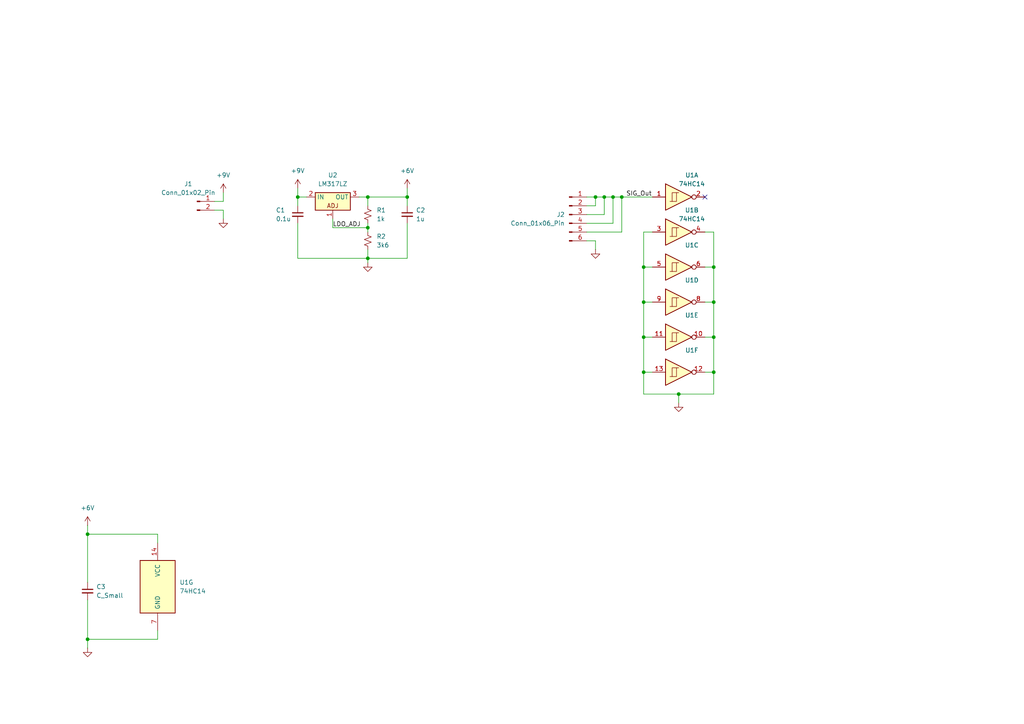
<source format=kicad_sch>
(kicad_sch (version 20250114) (generator "eeschema") (generator_version "9.0")
  (paper "A4")
  (title_block (title "Ground_Noise_Return") (date "2025-11-06") (rev "0.0.1") (company "Johnathan Trachte"))
  (lib_symbols
    (symbol "74xx:74HC14" (pin_names (offset 1.016))
      (property "Reference" "U" (at 0 1.27 0))
      (property "Value" "74HC14" (at 0 -1.27 0))
      (symbol "74HC14_1_0"
        (polyline (pts (xy -3.81 3.81) (xy -3.81 -3.81) (xy 3.81 0) (xy -3.81 3.81)) (stroke (width 0.254)) (fill (type background)))
        (pin input line (at -7.62 0 0) (length 3.81) (name "~") (number "1"))
        (pin output inverted (at 7.62 0 180) (length 3.81) (name "~") (number "2"))
      )
      (symbol "74HC14_1_1"
        (polyline (pts (xy -2.54 -1.27) (xy -0.635 -1.27) (xy -0.635 1.27) (xy 0 1.27)))
        (polyline (pts (xy -1.905 -1.27) (xy -1.905 1.27) (xy -0.635 1.27)))
      )
      (symbol "74HC14_2_0"
        (polyline (pts (xy -3.81 3.81) (xy -3.81 -3.81) (xy 3.81 0) (xy -3.81 3.81)) (stroke (width 0.254)) (fill (type background)))
        (pin input line (at -7.62 0 0) (length 3.81) (name "~") (number "3"))
        (pin output inverted (at 7.62 0 180) (length 3.81) (name "~") (number "4"))
      )
      (symbol "74HC14_2_1"
        (polyline (pts (xy -2.54 -1.27) (xy -0.635 -1.27) (xy -0.635 1.27) (xy 0 1.27)))
        (polyline (pts (xy -1.905 -1.27) (xy -1.905 1.27) (xy -0.635 1.27)))
      )
      (symbol "74HC14_3_0"
        (polyline (pts (xy -3.81 3.81) (xy -3.81 -3.81) (xy 3.81 0) (xy -3.81 3.81)) (stroke (width 0.254)) (fill (type background)))
        (pin input line (at -7.62 0 0) (length 3.81) (name "~") (number "5"))
        (pin output inverted (at 7.62 0 180) (length 3.81) (name "~") (number "6"))
      )
      (symbol "74HC14_3_1"
        (polyline (pts (xy -2.54 -1.27) (xy -0.635 -1.27) (xy -0.635 1.27) (xy 0 1.27)))
        (polyline (pts (xy -1.905 -1.27) (xy -1.905 1.27) (xy -0.635 1.27)))
      )
      (symbol "74HC14_4_0"
        (polyline (pts (xy -3.81 3.81) (xy -3.81 -3.81) (xy 3.81 0) (xy -3.81 3.81)) (stroke (width 0.254)) (fill (type background)))
        (pin input line (at -7.62 0 0) (length 3.81) (name "~") (number "9"))
        (pin output inverted (at 7.62 0 180) (length 3.81) (name "~") (number "8"))
      )
      (symbol "74HC14_4_1"
        (polyline (pts (xy -2.54 -1.27) (xy -0.635 -1.27) (xy -0.635 1.27) (xy 0 1.27)))
        (polyline (pts (xy -1.905 -1.27) (xy -1.905 1.27) (xy -0.635 1.27)))
      )
      (symbol "74HC14_5_0"
        (polyline (pts (xy -3.81 3.81) (xy -3.81 -3.81) (xy 3.81 0) (xy -3.81 3.81)) (stroke (width 0.254)) (fill (type background)))
        (pin input line (at -7.62 0 0) (length 3.81) (name "~") (number "11"))
        (pin output inverted (at 7.62 0 180) (length 3.81) (name "~") (number "10"))
      )
      (symbol "74HC14_5_1"
        (polyline (pts (xy -2.54 -1.27) (xy -0.635 -1.27) (xy -0.635 1.27) (xy 0 1.27)))
        (polyline (pts (xy -1.905 -1.27) (xy -1.905 1.27) (xy -0.635 1.27)))
      )
      (symbol "74HC14_6_0"
        (polyline (pts (xy -3.81 3.81) (xy -3.81 -3.81) (xy 3.81 0) (xy -3.81 3.81)) (stroke (width 0.254)) (fill (type background)))
        (pin input line (at -7.62 0 0) (length 3.81) (name "~") (number "13"))
        (pin output inverted (at 7.62 0 180) (length 3.81) (name "~") (number "12"))
      )
      (symbol "74HC14_6_1"
        (polyline (pts (xy -2.54 -1.27) (xy -0.635 -1.27) (xy -0.635 1.27) (xy 0 1.27)))
        (polyline (pts (xy -1.905 -1.27) (xy -1.905 1.27) (xy -0.635 1.27)))
      )
      (symbol "74HC14_7_0"
        (pin power_in line (at 0 12.7 270) (length 5.08) (name "VCC") (number "14"))
        (pin power_in line (at 0 -12.7 90) (length 5.08) (name "GND") (number "7"))
      )
      (symbol "74HC14_7_1"
        (rectangle (start -5.08 7.62) (end 5.08 -7.62) (stroke (width 0.254)) (fill (type background)))
      )
    )
    (symbol "Connector:Conn_01x02_Pin" (pin_names (offset 1.016) (hide yes))
      (property "Reference" "J" (at 0 2.54 0))
      (property "Value" "Conn_01x02_Pin" (at 0 -5.08 0))
      (symbol "Conn_01x02_Pin_1_1"
        (rectangle (start 0.8636 0.127) (end 0 -0.127) (stroke (width 0.1524)) (fill (type outline)))
        (rectangle (start 0.8636 -2.413) (end 0 -2.667) (stroke (width 0.1524)) (fill (type outline)))
        (polyline (pts (xy 1.27 0) (xy 0.8636 0)) (stroke (width 0.1524)))
        (polyline (pts (xy 1.27 -2.54) (xy 0.8636 -2.54)) (stroke (width 0.1524)))
        (pin passive line (at 5.08 0 180) (length 3.81) (name "Pin_1") (number "1"))
        (pin passive line (at 5.08 -2.54 180) (length 3.81) (name "Pin_2") (number "2"))
      )
    )
    (symbol "Connector:Conn_01x06_Pin" (pin_names (offset 1.016) (hide yes))
      (property "Reference" "J" (at 0 7.62 0))
      (property "Value" "Conn_01x06_Pin" (at 0 -10.16 0))
      (symbol "Conn_01x06_Pin_1_1"
        (rectangle (start 0.8636 5.207) (end 0 4.953) (stroke (width 0.1524)) (fill (type outline)))
        (rectangle (start 0.8636 2.667) (end 0 2.413) (stroke (width 0.1524)) (fill (type outline)))
        (rectangle (start 0.8636 0.127) (end 0 -0.127) (stroke (width 0.1524)) (fill (type outline)))
        (rectangle (start 0.8636 -2.413) (end 0 -2.667) (stroke (width 0.1524)) (fill (type outline)))
        (rectangle (start 0.8636 -4.953) (end 0 -5.207) (stroke (width 0.1524)) (fill (type outline)))
        (rectangle (start 0.8636 -7.493) (end 0 -7.747) (stroke (width 0.1524)) (fill (type outline)))
        (polyline (pts (xy 1.27 5.08) (xy 0.8636 5.08)) (stroke (width 0.1524)))
        (polyline (pts (xy 1.27 2.54) (xy 0.8636 2.54)) (stroke (width 0.1524)))
        (polyline (pts (xy 1.27 0) (xy 0.8636 0)) (stroke (width 0.1524)))
        (polyline (pts (xy 1.27 -2.54) (xy 0.8636 -2.54)) (stroke (width 0.1524)))
        (polyline (pts (xy 1.27 -5.08) (xy 0.8636 -5.08)) (stroke (width 0.1524)))
        (polyline (pts (xy 1.27 -7.62) (xy 0.8636 -7.62)) (stroke (width 0.1524)))
        (pin passive line (at 5.08 5.08 180) (length 3.81) (name "Pin_1") (number "1"))
        (pin passive line (at 5.08 2.54 180) (length 3.81) (name "Pin_2") (number "2"))
        (pin passive line (at 5.08 0 180) (length 3.81) (name "Pin_3") (number "3"))
        (pin passive line (at 5.08 -2.54 180) (length 3.81) (name "Pin_4") (number "4"))
        (pin passive line (at 5.08 -5.08 180) (length 3.81) (name "Pin_5") (number "5"))
        (pin passive line (at 5.08 -7.62 180) (length 3.81) (name "Pin_6") (number "6"))
      )
    )
    (symbol "Device:C_Small" (pin_numbers (hide yes)) (pin_names (offset 0.254) (hide yes))
      (property "Reference" "C" (at 0.254 1.778 0))
      (property "Value" "C_Small" (at 0.254 -2.032 0))
      (symbol "C_Small_0_1"
        (polyline (pts (xy -1.524 0.508) (xy 1.524 0.508)) (stroke (width 0.3048)))
        (polyline (pts (xy -1.524 -0.508) (xy 1.524 -0.508)) (stroke (width 0.3302)))
      )
      (symbol "C_Small_1_1"
        (pin passive line (at 0 2.54 270) (length 2.032) (name "~") (number "1"))
        (pin passive line (at 0 -2.54 90) (length 2.032) (name "~") (number "2"))
      )
    )
    (symbol "Device:R_Small_US" (pin_numbers (hide yes)) (pin_names (offset 0.254) (hide yes))
      (property "Reference" "R" (at 0.762 0.508 0))
      (property "Value" "R_Small_US" (at 0.762 -1.016 0))
      (symbol "R_Small_US_1_1"
        (polyline (pts (xy 0 1.524) (xy 1.016 1.143) (xy 0 0.762) (xy -1.016 0.381) (xy 0 0)))
        (polyline (pts (xy 0 0) (xy 1.016 -0.381) (xy 0 -0.762) (xy -1.016 -1.143) (xy 0 -1.524)))
        (pin passive line (at 0 2.54 270) (length 1.016) (name "~") (number "1"))
        (pin passive line (at 0 -2.54 90) (length 1.016) (name "~") (number "2"))
      )
    )
    (symbol "PCM_4ms_Power-symbol:+9V" (power) (pin_names (offset 0))
      (property "Value" "+9V" (at 0 3.556 0))
      (symbol "+9V_0_1"
        (polyline (pts (xy -0.762 1.27) (xy 0 2.54)))
        (polyline (pts (xy 0 2.54) (xy 0.762 1.27)))
        (polyline (pts (xy 0 0) (xy 0 2.54)))
      )
      (symbol "+9V_1_1"
        (pin power_in line (at 0 0 90) (length 0) (hide yes) (name "+9V") (number "1"))
      )
    )
    (symbol "PCM_Voltage_Regulator_AKL:LM317LZ"
      (property "Reference" "U" (at 0 6.35 0))
      (property "Value" "LM317LZ" (at 0 3.81 0))
      (symbol "LM317LZ_0_0"
        (rectangle (start -5.08 1.27) (end 5.08 -3.81) (stroke (width 0.254)) (fill (type background)))
        (text "ADJ" (at 0 -2.54 0) (effects (font (size 1.27 1.27))))
      )
      (symbol "LM317LZ_1_1"
        (pin power_in line (at -7.62 0 0) (length 2.54) (name "IN") (number "2"))
        (pin passive line (at 0 -6.35 90) (length 2.54) (name "~") (number "1"))
        (pin power_out line (at 7.62 0 180) (length 2.54) (name "OUT") (number "3"))
      )
    )
    (symbol "power:+6V" (power) (pin_numbers (hide yes)) (pin_names (offset 0) (hide yes))
      (property "Value" "+6V" (at 0 3.556 0))
      (symbol "+6V_0_1"
        (polyline (pts (xy -0.762 1.27) (xy 0 2.54)))
        (polyline (pts (xy 0 2.54) (xy 0.762 1.27)))
        (polyline (pts (xy 0 0) (xy 0 2.54)))
      )
      (symbol "+6V_1_1"
        (pin power_in line (at 0 0 90) (length 0) (name "~") (number "1"))
      )
    )
    (symbol "power:GND" (power) (pin_numbers (hide yes)) (pin_names (offset 0) (hide yes))
      (property "Value" "GND" (at 0 -3.81 0))
      (symbol "GND_0_1"
        (polyline (pts (xy 0 0) (xy 0 -1.27) (xy 1.27 -1.27) (xy 0 -2.54) (xy -1.27 -1.27) (xy 0 -1.27)))
      )
      (symbol "GND_1_1"
        (pin power_in line (at 0 0 270) (length 0) (name "~") (number "1"))
      )
    )
  )
  (junction (at 207.01 107.95))
  (junction (at 186.69 107.95))
  (junction (at 180.34 57.15))
  (junction (at 186.69 97.79))
  (junction (at 118.11 57.15))
  (junction (at 177.8 57.15))
  (junction (at 207.01 87.63))
  (junction (at 175.26 57.15))
  (junction (at 25.4 154.94))
  (junction (at 106.68 74.93))
  (junction (at 186.69 87.63))
  (junction (at 106.68 57.15))
  (junction (at 25.4 185.42))
  (junction (at 106.68 66.04))
  (junction (at 172.72 57.15))
  (junction (at 196.85 114.3))
  (junction (at 207.01 97.79))
  (junction (at 207.01 77.47))
  (junction (at 186.69 77.47))
  (junction (at 86.36 57.15))
  (no_connect (at 204.47 57.15))
  (wire (pts (xy 204.47 107.95) (xy 207.01 107.95)))
  (wire (pts (xy 189.23 67.31) (xy 186.69 67.31)))
  (wire (pts (xy 106.68 57.15) (xy 106.68 59.69)))
  (wire (pts (xy 118.11 59.69) (xy 118.11 57.15)))
  (wire (pts (xy 186.69 97.79) (xy 189.23 97.79)))
  (wire (pts (xy 62.23 58.42) (xy 64.77 58.42)))
  (wire (pts (xy 175.26 57.15) (xy 177.8 57.15)))
  (wire (pts (xy 25.4 152.4) (xy 25.4 154.94)))
  (wire (pts (xy 170.18 67.31) (xy 180.34 67.31)))
  (wire (pts (xy 25.4 185.42) (xy 25.4 187.96)))
  (wire (pts (xy 186.69 77.47) (xy 189.23 77.47)))
  (wire (pts (xy 172.72 57.15) (xy 175.26 57.15)))
  (wire (pts (xy 207.01 67.31) (xy 204.47 67.31)))
  (wire (pts (xy 172.72 69.85) (xy 172.72 72.39)))
  (wire (pts (xy 86.36 54.61) (xy 86.36 57.15)))
  (wire (pts (xy 86.36 57.15) (xy 88.9 57.15)))
  (wire (pts (xy 106.68 74.93) (xy 118.11 74.93)))
  (wire (pts (xy 62.23 60.96) (xy 64.77 60.96)))
  (wire (pts (xy 64.77 58.42) (xy 64.77 55.88)))
  (wire (pts (xy 45.72 154.94) (xy 45.72 157.48)))
  (wire (pts (xy 180.34 57.15) (xy 189.23 57.15)))
  (wire (pts (xy 170.18 59.69) (xy 172.72 59.69)))
  (wire (pts (xy 170.18 57.15) (xy 172.72 57.15)))
  (wire (pts (xy 96.52 66.04) (xy 106.68 66.04)))
  (wire (pts (xy 186.69 97.79) (xy 186.69 107.95)))
  (wire (pts (xy 104.14 57.15) (xy 106.68 57.15)))
  (wire (pts (xy 170.18 62.23) (xy 175.26 62.23)))
  (wire (pts (xy 207.01 107.95) (xy 207.01 97.79)))
  (wire (pts (xy 177.8 57.15) (xy 177.8 64.77)))
  (wire (pts (xy 186.69 87.63) (xy 189.23 87.63)))
  (wire (pts (xy 177.8 57.15) (xy 180.34 57.15)))
  (wire (pts (xy 186.69 87.63) (xy 186.69 97.79)))
  (wire (pts (xy 204.47 77.47) (xy 207.01 77.47)))
  (wire (pts (xy 207.01 87.63) (xy 207.01 77.47)))
  (wire (pts (xy 204.47 87.63) (xy 207.01 87.63)))
  (wire (pts (xy 180.34 57.15) (xy 180.34 67.31)))
  (wire (pts (xy 45.72 182.88) (xy 45.72 185.42)))
  (wire (pts (xy 106.68 74.93) (xy 106.68 76.2)))
  (wire (pts (xy 186.69 77.47) (xy 186.69 87.63)))
  (wire (pts (xy 96.52 63.5) (xy 96.52 66.04)))
  (wire (pts (xy 186.69 107.95) (xy 189.23 107.95)))
  (wire (pts (xy 86.36 74.93) (xy 106.68 74.93)))
  (wire (pts (xy 25.4 173.99) (xy 25.4 185.42)))
  (wire (pts (xy 196.85 114.3) (xy 207.01 114.3)))
  (wire (pts (xy 25.4 154.94) (xy 45.72 154.94)))
  (wire (pts (xy 106.68 66.04) (xy 106.68 67.31)))
  (wire (pts (xy 86.36 64.77) (xy 86.36 74.93)))
  (wire (pts (xy 204.47 97.79) (xy 207.01 97.79)))
  (wire (pts (xy 207.01 77.47) (xy 207.01 67.31)))
  (wire (pts (xy 25.4 154.94) (xy 25.4 168.91)))
  (wire (pts (xy 106.68 57.15) (xy 118.11 57.15)))
  (wire (pts (xy 106.68 64.77) (xy 106.68 66.04)))
  (wire (pts (xy 170.18 69.85) (xy 172.72 69.85)))
  (wire (pts (xy 25.4 185.42) (xy 45.72 185.42)))
  (wire (pts (xy 186.69 107.95) (xy 186.69 114.3)))
  (wire (pts (xy 118.11 74.93) (xy 118.11 64.77)))
  (wire (pts (xy 207.01 97.79) (xy 207.01 87.63)))
  (wire (pts (xy 106.68 72.39) (xy 106.68 74.93)))
  (wire (pts (xy 172.72 57.15) (xy 172.72 59.69)))
  (wire (pts (xy 196.85 114.3) (xy 196.85 116.84)))
  (wire (pts (xy 170.18 64.77) (xy 177.8 64.77)))
  (wire (pts (xy 186.69 67.31) (xy 186.69 77.47)))
  (wire (pts (xy 64.77 63.5) (xy 64.77 60.96)))
  (wire (pts (xy 118.11 54.61) (xy 118.11 57.15)))
  (wire (pts (xy 175.26 57.15) (xy 175.26 62.23)))
  (wire (pts (xy 207.01 114.3) (xy 207.01 107.95)))
  (wire (pts (xy 186.69 114.3) (xy 196.85 114.3)))
  (wire (pts (xy 86.36 57.15) (xy 86.36 59.69)))
  (label "SIG_Out" (at 181.61 57.15 0))
  (label "LDO_ADJ" (at 96.52 66.04 0))
  (symbol (lib_id "PCM_Voltage_Regulator_AKL:LM317LZ") (at 96.52 57.15 0) (unit 1)
    (property "Reference" "U2" (at 96.52 50.8 0))
    (property "Value" "LM317LZ" (at 96.52 53.34 0))
    (property "Footprint" "PCM_Package_TO_SOT_THT_AKL:TO-92L_Inline" (effects (hide yes)))
    (property "Datasheet" "https://www.st.com/resource/en/datasheet/lm217l.pdf" (effects (hide yes)))
    (property "Description" "TO-92 100mA Adjustable Voltage Regulator, Alternate KiCad Library" (effects (hide yes)))
  )
  (symbol (lib_id "Device:R_Small_US") (at 106.68 62.23 0) (unit 1)
    (property "Reference" "R1" (at 109.22 60.9599 0) (effects (justify left)))
    (property "Value" "1k" (at 109.22 63.4999 0) (effects (justify left)))
    (property "Footprint" "PCM_Resistor_THT_AKL:R_Axial_DIN0204_L3.6mm_D1.6mm_P5.08mm_Vertical" (effects (hide yes)))
    (property "Description" "Resistor, small US symbol" (effects (hide yes)))
  )
  (symbol (lib_id "74xx:74HC14") (at 196.85 77.47 0) (unit 3)
    (property "Reference" "U1" (at 200.66 71.12 0))
    (property "Value" "74HC14" (effects (hide yes)))
    (property "Footprint" "Package_DIP:DIP-14_W7.62mm_LongPads" (effects (hide yes)))
    (property "Datasheet" "http://www.ti.com/lit/gpn/sn74HC14" (effects (hide yes)))
    (property "Description" "Hex inverter schmitt trigger" (effects (hide yes)))
  )
  (symbol (lib_id "power:GND") (at 172.72 72.39 0) (mirror y) (unit 1)
    (property "Reference" "#PWR07" (effects (hide yes)))
    (property "Value" "GND" (effects (hide yes)))
    (property "Description" "Power symbol creates a global label with name \"GND\" , ground" (effects (hide yes)))
  )
  (symbol (lib_id "74xx:74HC14") (at 196.85 67.31 0) (unit 2)
    (property "Reference" "U1" (at 200.66 60.96 0))
    (property "Value" "74HC14" (at 200.66 63.5 0))
    (property "Footprint" "Package_DIP:DIP-14_W7.62mm_LongPads" (effects (hide yes)))
    (property "Datasheet" "http://www.ti.com/lit/gpn/sn74HC14" (effects (hide yes)))
    (property "Description" "Hex inverter schmitt trigger" (effects (hide yes)))
  )
  (symbol (lib_id "74xx:74HC14") (at 196.85 57.15 0) (unit 1)
    (property "Reference" "U1" (at 200.66 50.8 0))
    (property "Value" "74HC14" (at 200.66 53.34 0))
    (property "Footprint" "Package_DIP:DIP-14_W7.62mm_LongPads" (effects (hide yes)))
    (property "Datasheet" "http://www.ti.com/lit/gpn/sn74HC14" (effects (hide yes)))
    (property "Description" "Hex inverter schmitt trigger" (effects (hide yes)))
  )
  (symbol (lib_id "Connector:Conn_01x06_Pin") (at 165.1 62.23 0) (unit 1)
    (property "Reference" "J2" (at 163.83 62.2299 0) (effects (justify right)))
    (property "Value" "Conn_01x06_Pin" (at 163.83 64.7699 0) (effects (justify right)))
    (property "Footprint" "TerminalBlock:TerminalBlock_bornier-6_P5.08mm" (effects (hide yes)))
    (property "Description" "Generic connector, single row, 01x06, script generated" (effects (hide yes)))
  )
  (symbol (lib_id "power:+6V") (at 118.11 54.61 0) (unit 1)
    (property "Reference" "#PWR05" (effects (hide yes)))
    (property "Value" "+6V" (at 118.11 49.53 0))
    (property "Description" "Power symbol creates a global label with name \"+6V\"" (effects (hide yes)))
  )
  (symbol (lib_id "power:GND") (at 106.68 76.2 0) (unit 1)
    (property "Reference" "#PWR04" (effects (hide yes)))
    (property "Value" "GND" (effects (hide yes)))
    (property "Description" "Power symbol creates a global label with name \"GND\" , ground" (effects (hide yes)))
  )
  (symbol (lib_id "Device:R_Small_US") (at 106.68 69.85 0) (unit 1)
    (property "Reference" "R2" (at 109.22 68.5799 0) (effects (justify left)))
    (property "Value" "3k6" (at 109.22 71.1199 0) (effects (justify left)))
    (property "Footprint" "PCM_Resistor_THT_AKL:R_Axial_DIN0204_L3.6mm_D1.6mm_P5.08mm_Vertical" (effects (hide yes)))
    (property "Description" "Resistor, small US symbol" (effects (hide yes)))
  )
  (symbol (lib_id "power:+6V") (at 25.4 152.4 0) (unit 1)
    (property "Reference" "#PWR06" (effects (hide yes)))
    (property "Value" "+6V" (at 25.4 147.32 0))
    (property "Description" "Power symbol creates a global label with name \"+6V\"" (effects (hide yes)))
  )
  (symbol (lib_id "PCM_4ms_Power-symbol:+9V") (at 64.77 55.88 0) (unit 1)
    (property "Reference" "#PWR01" (effects (hide yes)))
    (property "Value" "+9V" (at 64.77 50.8 0))
    (property "Description" "Power symbol creates a global label with name \"+9V\"" (effects (hide yes)))
  )
  (symbol (lib_id "Device:C_Small") (at 118.11 62.23 0) (unit 1)
    (property "Reference" "C2" (at 120.65 60.9662 0) (effects (justify left)))
    (property "Value" "1u" (at 120.65 63.5062 0) (effects (justify left)))
    (property "Footprint" "Capacitor_THT:C_Axial_L3.8mm_D2.6mm_P7.50mm_Horizontal" (effects (hide yes)))
    (property "Description" "Unpolarized capacitor, small symbol" (effects (hide yes)))
  )
  (symbol (lib_id "PCM_4ms_Power-symbol:+9V") (at 86.36 54.61 0) (unit 1)
    (property "Reference" "#PWR03" (effects (hide yes)))
    (property "Value" "+9V" (at 86.36 49.53 0))
    (property "Description" "Power symbol creates a global label with name \"+9V\"" (effects (hide yes)))
  )
  (symbol (lib_id "74xx:74HC14") (at 196.85 97.79 0) (unit 5)
    (property "Reference" "U1" (at 200.66 91.44 0))
    (property "Value" "74HC14" (effects (hide yes)))
    (property "Footprint" "Package_DIP:DIP-14_W7.62mm_LongPads" (effects (hide yes)))
    (property "Datasheet" "http://www.ti.com/lit/gpn/sn74HC14" (effects (hide yes)))
    (property "Description" "Hex inverter schmitt trigger" (effects (hide yes)))
  )
  (symbol (lib_id "74xx:74HC14") (at 196.85 87.63 0) (unit 4)
    (property "Reference" "U1" (at 200.66 81.28 0))
    (property "Value" "74HC14" (effects (hide yes)))
    (property "Footprint" "Package_DIP:DIP-14_W7.62mm_LongPads" (effects (hide yes)))
    (property "Datasheet" "http://www.ti.com/lit/gpn/sn74HC14" (effects (hide yes)))
    (property "Description" "Hex inverter schmitt trigger" (effects (hide yes)))
  )
  (symbol (lib_id "power:GND") (at 64.77 63.5 0) (unit 1)
    (property "Reference" "#PWR02" (effects (hide yes)))
    (property "Value" "GND" (effects (hide yes)))
    (property "Description" "Power symbol creates a global label with name \"GND\" , ground" (effects (hide yes)))
  )
  (symbol (lib_id "Device:C_Small") (at 86.36 62.23 0) (unit 1)
    (property "Reference" "C1" (at 80.01 60.96 0) (effects (justify left)))
    (property "Value" "0.1u" (at 80.01 63.5 0) (effects (justify left)))
    (property "Footprint" "Capacitor_THT:C_Axial_L3.8mm_D2.6mm_P7.50mm_Horizontal" (effects (hide yes)))
    (property "Description" "Unpolarized capacitor, small symbol" (effects (hide yes)))
  )
  (symbol (lib_id "74xx:74HC14") (at 196.85 107.95 0) (unit 6)
    (property "Reference" "U1" (at 200.66 101.6 0))
    (property "Value" "74HC14" (effects (hide yes)))
    (property "Footprint" "Package_DIP:DIP-14_W7.62mm_LongPads" (effects (hide yes)))
    (property "Datasheet" "http://www.ti.com/lit/gpn/sn74HC14" (effects (hide yes)))
    (property "Description" "Hex inverter schmitt trigger" (effects (hide yes)))
  )
  (symbol (lib_id "power:GND") (at 196.85 116.84 0) (unit 1)
    (property "Reference" "#PWR08" (effects (hide yes)))
    (property "Value" "GND" (effects (hide yes)))
    (property "Description" "Power symbol creates a global label with name \"GND\" , ground" (effects (hide yes)))
  )
  (symbol (lib_id "Device:C_Small") (at 25.4 171.45 0) (unit 1)
    (property "Reference" "C3" (at 27.94 170.1862 0) (effects (justify left)))
    (property "Value" "C_Small" (at 27.94 172.7262 0) (effects (justify left)))
    (property "Footprint" "Capacitor_THT:C_Axial_L3.8mm_D2.6mm_P7.50mm_Horizontal" (effects (hide yes)))
    (property "Description" "Unpolarized capacitor, small symbol" (effects (hide yes)))
  )
  (symbol (lib_id "power:GND") (at 25.4 187.96 0) (unit 1)
    (property "Reference" "#PWR0101" (effects (hide yes)))
    (property "Value" "GND" (effects (hide yes)))
    (property "Description" "Power symbol creates a global label with name \"GND\" , ground" (effects (hide yes)))
  )
  (symbol (lib_id "74xx:74HC14") (at 45.72 170.18 0) (unit 7)
    (property "Reference" "U1" (at 52.07 168.9099 0) (effects (justify left)))
    (property "Value" "74HC14" (at 52.07 171.4499 0) (effects (justify left)))
    (property "Footprint" "Package_DIP:DIP-14_W7.62mm_LongPads" (effects (hide yes)))
    (property "Datasheet" "http://www.ti.com/lit/gpn/sn74HC14" (effects (hide yes)))
    (property "Description" "Hex inverter schmitt trigger" (effects (hide yes)))
  )
  (symbol (lib_id "Connector:Conn_01x02_Pin") (at 57.15 58.42 0) (unit 1)
    (property "Reference" "J1" (at 54.61 53.34 0))
    (property "Value" "Conn_01x02_Pin" (at 54.61 55.88 0))
    (property "Footprint" "TerminalBlock:TerminalBlock_bornier-2_P5.08mm" (effects (hide yes)))
    (property "Description" "Generic connector, single row, 01x02, script generated" (effects (hide yes)))
  )
)
</source>
